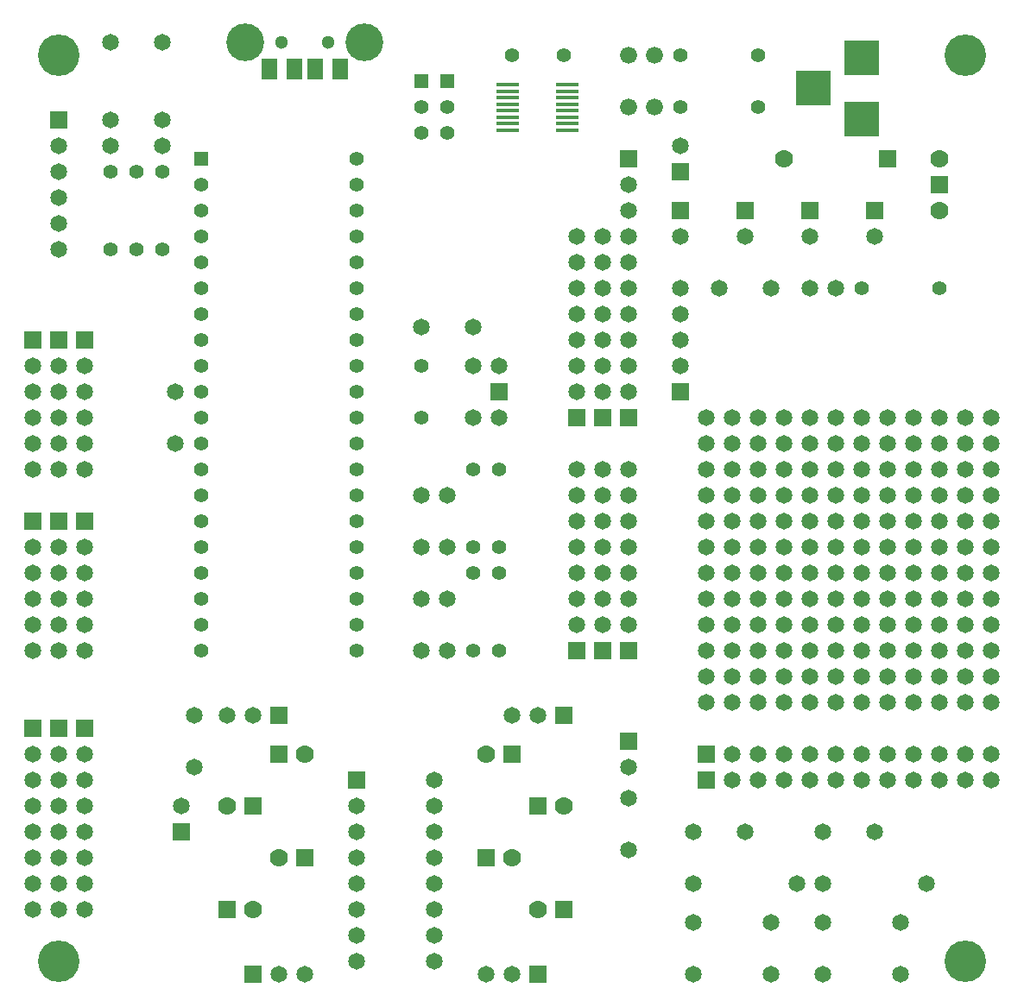
<source format=gts>
G04 (created by PCBNEW (2013-07-07 BZR 4022)-stable) date Sat 19 Apr 2014 12:32:06 SAST*
%MOIN*%
G04 Gerber Fmt 3.4, Leading zero omitted, Abs format*
%FSLAX34Y34*%
G01*
G70*
G90*
G04 APERTURE LIST*
%ADD10C,0.00590551*%
%ADD11C,0.065*%
%ADD12R,0.065X0.065*%
%ADD13C,0.056*%
%ADD14R,0.1378X0.1378*%
%ADD15C,0.07*%
%ADD16R,0.07X0.07*%
%ADD17C,0.16*%
%ADD18R,0.055X0.055*%
%ADD19C,0.055*%
%ADD20R,0.06X0.0787402*%
%ADD21C,0.145669*%
%ADD22C,0.0511811*%
%ADD23R,0.085X0.016*%
%ADD24C,0.066*%
G04 APERTURE END LIST*
G54D10*
G54D11*
X50500Y-55000D03*
X50500Y-57000D03*
X53500Y-57000D03*
X53500Y-55000D03*
X55500Y-55000D03*
X55500Y-57000D03*
X58500Y-57000D03*
X58500Y-55000D03*
X30000Y-21000D03*
X28000Y-21000D03*
X28000Y-24000D03*
X30000Y-24000D03*
G54D12*
X26000Y-24000D03*
G54D11*
X26000Y-25000D03*
X26000Y-26000D03*
X26000Y-27000D03*
X26000Y-28000D03*
X26000Y-29000D03*
G54D12*
X50000Y-34500D03*
G54D11*
X50000Y-33500D03*
X50000Y-32500D03*
X50000Y-31500D03*
X50000Y-30500D03*
G54D12*
X34500Y-47000D03*
G54D11*
X33500Y-47000D03*
X32500Y-47000D03*
G54D12*
X45500Y-47000D03*
G54D11*
X44500Y-47000D03*
X43500Y-47000D03*
G54D12*
X44500Y-57000D03*
G54D11*
X43500Y-57000D03*
X42500Y-57000D03*
G54D12*
X33500Y-57000D03*
G54D11*
X34500Y-57000D03*
X35500Y-57000D03*
G54D12*
X48000Y-25500D03*
G54D11*
X48000Y-26500D03*
X48000Y-27500D03*
X54500Y-53500D03*
X50500Y-53500D03*
X59500Y-53500D03*
X55500Y-53500D03*
X40000Y-44500D03*
X41000Y-44500D03*
X55000Y-30500D03*
X56000Y-30500D03*
X40000Y-38500D03*
X41000Y-38500D03*
X40000Y-40500D03*
X41000Y-40500D03*
X40000Y-42500D03*
X41000Y-42500D03*
G54D13*
X40000Y-35500D03*
X40000Y-33500D03*
G54D12*
X37500Y-49500D03*
G54D11*
X37500Y-50500D03*
X37500Y-51500D03*
X37500Y-52500D03*
X37500Y-53500D03*
X37500Y-54500D03*
X37500Y-55500D03*
X37500Y-56500D03*
X40500Y-56500D03*
X40500Y-55500D03*
X40500Y-54500D03*
X40500Y-53500D03*
X40500Y-52500D03*
X40500Y-51500D03*
X40500Y-50500D03*
X40500Y-49500D03*
X40000Y-32000D03*
X42000Y-32000D03*
X31250Y-47000D03*
X31250Y-49000D03*
X28000Y-25000D03*
X30000Y-25000D03*
X48000Y-50200D03*
X48000Y-52200D03*
X30500Y-36500D03*
X30500Y-34500D03*
X57500Y-51500D03*
X55500Y-51500D03*
X52500Y-51500D03*
X50500Y-51500D03*
X51500Y-30500D03*
X53500Y-30500D03*
G54D12*
X48000Y-48000D03*
G54D11*
X48000Y-49000D03*
G54D12*
X30750Y-51500D03*
G54D11*
X30750Y-50500D03*
G54D12*
X50000Y-26000D03*
G54D11*
X50000Y-25000D03*
G54D12*
X57500Y-27500D03*
G54D11*
X57500Y-28500D03*
G54D12*
X50000Y-27500D03*
G54D11*
X50000Y-28500D03*
G54D12*
X55000Y-27500D03*
G54D11*
X55000Y-28500D03*
G54D12*
X52500Y-27500D03*
G54D11*
X52500Y-28500D03*
X43000Y-33500D03*
X42000Y-33500D03*
X43000Y-35500D03*
X42000Y-35500D03*
G54D14*
X57000Y-23941D03*
X57000Y-21579D03*
X55150Y-22760D03*
G54D11*
X26000Y-54500D03*
X26000Y-53500D03*
X26000Y-52500D03*
X26000Y-51500D03*
X26000Y-50500D03*
X26000Y-49500D03*
X26000Y-48500D03*
G54D12*
X26000Y-47500D03*
X26000Y-47500D03*
G54D11*
X26000Y-48500D03*
X26000Y-49500D03*
X26000Y-50500D03*
X26000Y-51500D03*
X26000Y-52500D03*
X26000Y-53500D03*
X26000Y-54500D03*
X27000Y-54500D03*
X27000Y-53500D03*
X27000Y-52500D03*
X27000Y-51500D03*
X27000Y-50500D03*
X27000Y-49500D03*
X27000Y-48500D03*
G54D12*
X27000Y-47500D03*
X25000Y-47500D03*
X27000Y-47500D03*
G54D11*
X25000Y-48500D03*
X27000Y-48500D03*
X25000Y-49500D03*
X27000Y-49500D03*
X25000Y-50500D03*
X27000Y-50500D03*
X25000Y-51500D03*
X27000Y-51500D03*
X25000Y-52500D03*
X27000Y-52500D03*
X25000Y-53500D03*
X27000Y-53500D03*
X25000Y-54500D03*
X27000Y-54500D03*
G54D12*
X51000Y-48500D03*
G54D11*
X52000Y-48500D03*
X53000Y-48500D03*
X54000Y-48500D03*
X55000Y-48500D03*
X56000Y-48500D03*
X57000Y-48500D03*
X58000Y-48500D03*
X59000Y-48500D03*
X60000Y-48500D03*
X61000Y-48500D03*
X62000Y-48500D03*
G54D12*
X51000Y-49500D03*
G54D11*
X52000Y-49500D03*
X53000Y-49500D03*
X54000Y-49500D03*
X55000Y-49500D03*
X56000Y-49500D03*
X57000Y-49500D03*
X58000Y-49500D03*
X59000Y-49500D03*
X60000Y-49500D03*
X61000Y-49500D03*
X62000Y-49500D03*
X47000Y-28500D03*
X47000Y-29500D03*
X47000Y-30500D03*
X47000Y-31500D03*
X47000Y-32500D03*
X47000Y-33500D03*
X47000Y-34500D03*
G54D12*
X47000Y-35500D03*
X47000Y-35500D03*
G54D11*
X47000Y-34500D03*
X47000Y-33500D03*
X47000Y-32500D03*
X47000Y-31500D03*
X47000Y-30500D03*
X47000Y-29500D03*
X47000Y-28500D03*
X46000Y-28500D03*
X46000Y-29500D03*
X46000Y-30500D03*
X46000Y-31500D03*
X46000Y-32500D03*
X46000Y-33500D03*
X46000Y-34500D03*
G54D12*
X46000Y-35500D03*
X48000Y-35500D03*
X46000Y-35500D03*
G54D11*
X48000Y-34500D03*
X46000Y-34500D03*
X48000Y-33500D03*
X46000Y-33500D03*
X48000Y-32500D03*
X46000Y-32500D03*
X48000Y-31500D03*
X46000Y-31500D03*
X48000Y-30500D03*
X46000Y-30500D03*
X48000Y-29500D03*
X46000Y-29500D03*
X48000Y-28500D03*
X46000Y-28500D03*
X47000Y-37500D03*
X47000Y-38500D03*
X47000Y-39500D03*
X47000Y-40500D03*
X47000Y-41500D03*
X47000Y-42500D03*
X47000Y-43500D03*
G54D12*
X47000Y-44500D03*
X47000Y-44500D03*
G54D11*
X47000Y-43500D03*
X47000Y-42500D03*
X47000Y-41500D03*
X47000Y-40500D03*
X47000Y-39500D03*
X47000Y-38500D03*
X47000Y-37500D03*
X46000Y-37500D03*
X46000Y-38500D03*
X46000Y-39500D03*
X46000Y-40500D03*
X46000Y-41500D03*
X46000Y-42500D03*
X46000Y-43500D03*
G54D12*
X46000Y-44500D03*
X48000Y-44500D03*
X46000Y-44500D03*
G54D11*
X48000Y-43500D03*
X46000Y-43500D03*
X48000Y-42500D03*
X46000Y-42500D03*
X48000Y-41500D03*
X46000Y-41500D03*
X48000Y-40500D03*
X46000Y-40500D03*
X48000Y-39500D03*
X46000Y-39500D03*
X48000Y-38500D03*
X46000Y-38500D03*
X48000Y-37500D03*
X46000Y-37500D03*
G54D12*
X26000Y-32500D03*
G54D11*
X26000Y-33500D03*
X26000Y-34500D03*
X26000Y-35500D03*
X26000Y-36500D03*
X26000Y-37500D03*
X27000Y-37500D03*
X27000Y-36500D03*
X27000Y-35500D03*
X27000Y-34500D03*
X27000Y-33500D03*
G54D12*
X27000Y-32500D03*
X25000Y-32500D03*
X27000Y-32500D03*
G54D11*
X25000Y-33500D03*
X27000Y-33500D03*
X25000Y-34500D03*
X27000Y-34500D03*
X25000Y-35500D03*
X27000Y-35500D03*
X25000Y-36500D03*
X27000Y-36500D03*
X25000Y-37500D03*
X27000Y-37500D03*
G54D12*
X26000Y-39500D03*
G54D11*
X26000Y-40500D03*
X26000Y-41500D03*
X26000Y-42500D03*
X26000Y-43500D03*
X26000Y-44500D03*
X27000Y-44500D03*
X27000Y-43500D03*
X27000Y-42500D03*
X27000Y-41500D03*
X27000Y-40500D03*
G54D12*
X27000Y-39500D03*
X25000Y-39500D03*
X27000Y-39500D03*
G54D11*
X25000Y-40500D03*
X27000Y-40500D03*
X25000Y-41500D03*
X27000Y-41500D03*
X25000Y-42500D03*
X27000Y-42500D03*
X25000Y-43500D03*
X27000Y-43500D03*
X25000Y-44500D03*
X27000Y-44500D03*
G54D15*
X60000Y-25500D03*
G54D16*
X60000Y-26500D03*
G54D15*
X60000Y-27500D03*
X35500Y-48500D03*
G54D16*
X35500Y-52500D03*
G54D15*
X45500Y-50500D03*
G54D16*
X45500Y-54500D03*
G54D15*
X42500Y-48500D03*
G54D16*
X42500Y-52500D03*
G54D15*
X44500Y-54500D03*
G54D16*
X44500Y-50500D03*
G54D15*
X43500Y-52500D03*
G54D16*
X43500Y-48500D03*
G54D15*
X32500Y-50500D03*
G54D16*
X32500Y-54500D03*
G54D15*
X33500Y-54500D03*
G54D16*
X33500Y-50500D03*
G54D15*
X34500Y-52500D03*
G54D16*
X34500Y-48500D03*
G54D15*
X54000Y-25500D03*
G54D16*
X58000Y-25500D03*
G54D12*
X43000Y-34500D03*
G54D17*
X26000Y-21500D03*
X61000Y-21500D03*
X26000Y-56500D03*
X61000Y-56500D03*
G54D18*
X31500Y-25500D03*
G54D19*
X31500Y-26500D03*
X31500Y-27500D03*
X31500Y-28500D03*
X31500Y-29500D03*
X31500Y-30500D03*
X31500Y-31500D03*
X31500Y-32500D03*
X31500Y-33500D03*
X31500Y-34500D03*
X31500Y-35500D03*
X31500Y-36500D03*
X31500Y-37500D03*
X31500Y-38500D03*
X31500Y-39500D03*
X31500Y-40500D03*
X31500Y-41500D03*
X31500Y-42500D03*
X31500Y-43500D03*
X31500Y-44500D03*
X37500Y-44500D03*
X37500Y-43500D03*
X37500Y-42500D03*
X37500Y-41500D03*
X37500Y-40500D03*
X37500Y-39500D03*
X37500Y-38500D03*
X37500Y-37500D03*
X37500Y-36500D03*
X37500Y-35500D03*
X37500Y-34500D03*
X37500Y-33500D03*
X37500Y-32500D03*
X37500Y-31500D03*
X37500Y-30500D03*
X37500Y-29500D03*
X37500Y-28500D03*
X37500Y-27500D03*
X37500Y-26500D03*
X37500Y-25500D03*
G54D20*
X34122Y-22023D03*
X35106Y-22023D03*
X35893Y-22023D03*
X36877Y-22023D03*
G54D21*
X37803Y-21000D03*
X33196Y-21000D03*
G54D22*
X36385Y-21000D03*
X34614Y-21000D03*
G54D19*
X42000Y-44500D03*
X42000Y-41500D03*
X43000Y-40500D03*
X43000Y-37500D03*
X42000Y-40500D03*
X42000Y-37500D03*
X43000Y-44500D03*
X43000Y-41500D03*
X29000Y-26000D03*
X29000Y-29000D03*
X30000Y-29000D03*
X30000Y-26000D03*
X28000Y-26000D03*
X28000Y-29000D03*
X57000Y-30500D03*
X60000Y-30500D03*
G54D23*
X43350Y-23375D03*
X43350Y-23625D03*
X43350Y-23875D03*
X43350Y-24125D03*
X45650Y-22625D03*
X43350Y-22625D03*
X43350Y-22875D03*
X43350Y-23125D03*
X45650Y-24375D03*
X45650Y-24125D03*
X45650Y-23875D03*
X45650Y-23625D03*
X45650Y-23375D03*
X45650Y-23125D03*
X43350Y-24375D03*
X45650Y-22875D03*
G54D18*
X41000Y-22500D03*
G54D19*
X41000Y-23500D03*
X41000Y-24500D03*
G54D18*
X40000Y-22500D03*
G54D19*
X40000Y-23500D03*
X40000Y-24500D03*
X53000Y-23500D03*
X50000Y-23500D03*
X53000Y-21500D03*
X50000Y-21500D03*
G54D24*
X49000Y-21500D03*
X48000Y-21500D03*
X49000Y-23500D03*
X48000Y-23500D03*
G54D19*
X43500Y-21500D03*
X45500Y-21500D03*
G54D11*
X57000Y-46500D03*
X57000Y-45500D03*
X57000Y-44500D03*
X57000Y-43500D03*
X57000Y-42500D03*
X57000Y-41500D03*
X57000Y-40500D03*
X57000Y-39500D03*
X57000Y-38500D03*
X57000Y-37500D03*
X57000Y-36500D03*
X57000Y-35500D03*
X58000Y-46500D03*
X58000Y-45500D03*
X58000Y-44500D03*
X58000Y-43500D03*
X58000Y-42500D03*
X58000Y-41500D03*
X58000Y-40500D03*
X58000Y-39500D03*
X58000Y-38500D03*
X58000Y-37500D03*
X58000Y-36500D03*
X58000Y-35500D03*
X62000Y-46500D03*
X62000Y-45500D03*
X62000Y-44500D03*
X62000Y-43500D03*
X62000Y-42500D03*
X62000Y-41500D03*
X62000Y-40500D03*
X62000Y-39500D03*
X62000Y-38500D03*
X62000Y-37500D03*
X62000Y-36500D03*
X62000Y-35500D03*
X59000Y-46500D03*
X59000Y-45500D03*
X59000Y-44500D03*
X59000Y-43500D03*
X59000Y-42500D03*
X59000Y-41500D03*
X59000Y-40500D03*
X59000Y-39500D03*
X59000Y-38500D03*
X59000Y-37500D03*
X59000Y-36500D03*
X59000Y-35500D03*
X60000Y-46500D03*
X60000Y-45500D03*
X60000Y-44500D03*
X60000Y-43500D03*
X60000Y-42500D03*
X60000Y-41500D03*
X60000Y-40500D03*
X60000Y-39500D03*
X60000Y-38500D03*
X60000Y-37500D03*
X60000Y-36500D03*
X60000Y-35500D03*
X61000Y-46500D03*
X61000Y-45500D03*
X61000Y-44500D03*
X61000Y-43500D03*
X61000Y-42500D03*
X61000Y-41500D03*
X61000Y-40500D03*
X61000Y-39500D03*
X61000Y-38500D03*
X61000Y-37500D03*
X61000Y-36500D03*
X61000Y-35500D03*
X51000Y-46500D03*
X51000Y-45500D03*
X51000Y-44500D03*
X51000Y-43500D03*
X51000Y-42500D03*
X51000Y-41500D03*
X51000Y-40500D03*
X51000Y-39500D03*
X51000Y-38500D03*
X51000Y-37500D03*
X51000Y-36500D03*
X51000Y-35500D03*
X52000Y-46500D03*
X52000Y-45500D03*
X52000Y-44500D03*
X52000Y-43500D03*
X52000Y-42500D03*
X52000Y-41500D03*
X52000Y-40500D03*
X52000Y-39500D03*
X52000Y-38500D03*
X52000Y-37500D03*
X52000Y-36500D03*
X52000Y-35500D03*
X56000Y-46500D03*
X56000Y-45500D03*
X56000Y-44500D03*
X56000Y-43500D03*
X56000Y-42500D03*
X56000Y-41500D03*
X56000Y-40500D03*
X56000Y-39500D03*
X56000Y-38500D03*
X56000Y-37500D03*
X56000Y-36500D03*
X56000Y-35500D03*
X54000Y-46500D03*
X54000Y-45500D03*
X54000Y-44500D03*
X54000Y-43500D03*
X54000Y-42500D03*
X54000Y-41500D03*
X54000Y-40500D03*
X54000Y-39500D03*
X54000Y-38500D03*
X54000Y-37500D03*
X54000Y-36500D03*
X54000Y-35500D03*
X55000Y-46500D03*
X55000Y-45500D03*
X55000Y-44500D03*
X55000Y-43500D03*
X55000Y-42500D03*
X55000Y-41500D03*
X55000Y-40500D03*
X55000Y-39500D03*
X55000Y-38500D03*
X55000Y-37500D03*
X55000Y-36500D03*
X55000Y-35500D03*
X53000Y-46500D03*
X53000Y-45500D03*
X53000Y-44500D03*
X53000Y-43500D03*
X53000Y-42500D03*
X53000Y-41500D03*
X53000Y-40500D03*
X53000Y-39500D03*
X53000Y-38500D03*
X53000Y-37500D03*
X53000Y-36500D03*
X53000Y-35500D03*
M02*

</source>
